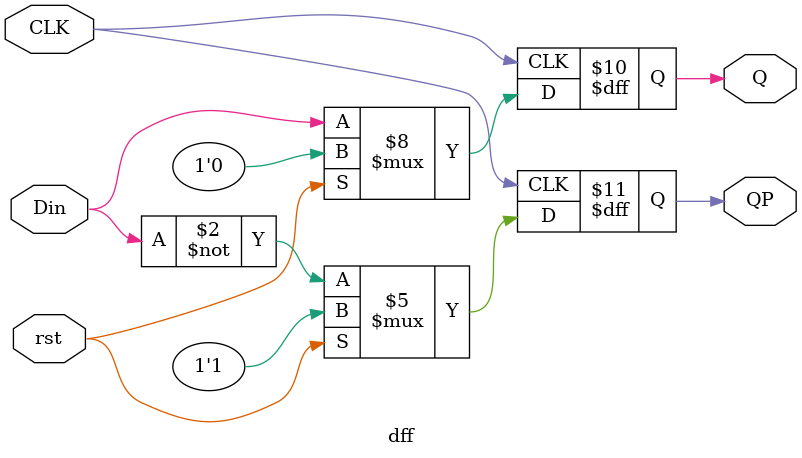
<source format=v>
`timescale 1ns / 1ps
module dff (Q , QP, CLK , Din, rst);
	input CLK,Din,rst;
	output Q , QP;
	reg Q , QP;
	
	initial 
		begin
			Q = 1'b0; 
			QP = 1'b1;
	   end
	
	always @ (posedge CLK ) 
			begin
			  if(rst) begin
					Q = 1'b0;
					QP= 1'b1;
			  end else begin
					Q = Din;
					QP = ~Din;
			  end
			end
endmodule
</source>
